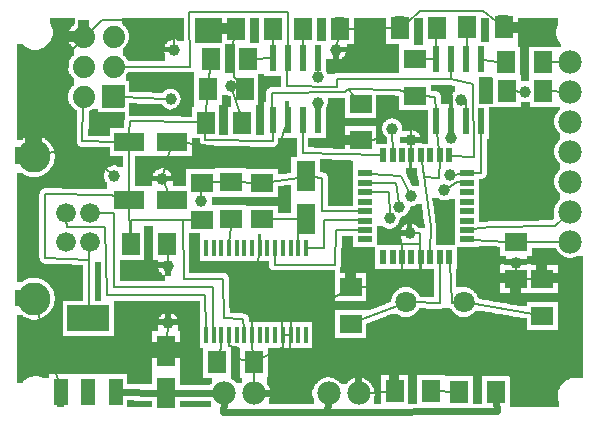
<source format=gtl>
G04 MADE WITH FRITZING*
G04 WWW.FRITZING.ORG*
G04 DOUBLE SIDED*
G04 HOLES PLATED*
G04 CONTOUR ON CENTER OF CONTOUR VECTOR*
%ASAXBY*%
%FSLAX23Y23*%
%MOIN*%
%OFA0B0*%
%SFA1.0B1.0*%
%ADD10C,0.075000*%
%ADD11C,0.074000*%
%ADD12C,0.070925*%
%ADD13C,0.070866*%
%ADD14C,0.039370*%
%ADD15C,0.066000*%
%ADD16C,0.110000*%
%ADD17C,0.078000*%
%ADD18R,0.074803X0.062992*%
%ADD19R,0.062992X0.102362*%
%ADD20R,0.062992X0.074803*%
%ADD21R,0.022000X0.050000*%
%ADD22R,0.050000X0.022000*%
%ADD23R,0.024000X0.087000*%
%ADD24R,0.013701X0.055000*%
%ADD25R,0.102362X0.062992*%
%ADD26R,0.048000X0.088000*%
%ADD27R,0.141732X0.086614*%
%ADD28C,0.008000*%
%ADD29C,0.024000*%
%ADD30R,0.001000X0.001000*%
%LNCOPPER1*%
G90*
G70*
G54D10*
X1214Y1279D03*
X1678Y983D03*
X813Y464D03*
X113Y1156D03*
G54D11*
X363Y1077D03*
X263Y1077D03*
X363Y1177D03*
X263Y1177D03*
X363Y1277D03*
X263Y1277D03*
X363Y1077D03*
X263Y1077D03*
X363Y1177D03*
X263Y1177D03*
X363Y1277D03*
X263Y1277D03*
G54D12*
X1338Y392D03*
G54D13*
X1531Y392D03*
G54D14*
X1353Y745D03*
X1316Y709D03*
X1283Y671D03*
G54D15*
X283Y592D03*
X283Y690D03*
X205Y690D03*
X205Y592D03*
G54D16*
X98Y404D03*
X98Y878D03*
G54D15*
X283Y592D03*
X283Y690D03*
X205Y690D03*
X205Y592D03*
G54D16*
X98Y404D03*
X98Y878D03*
G54D17*
X1885Y1193D03*
X1885Y1093D03*
X1885Y993D03*
X1885Y893D03*
X1885Y793D03*
X1885Y693D03*
X1885Y593D03*
X832Y90D03*
X732Y90D03*
G54D14*
X656Y730D03*
X1736Y1092D03*
X1044Y1142D03*
X1483Y816D03*
X1466Y766D03*
X1043Y1057D03*
X553Y1069D03*
X1520Y1067D03*
X1292Y970D03*
X1105Y1233D03*
X365Y813D03*
X565Y1233D03*
X755Y1113D03*
X525Y803D03*
X545Y323D03*
X545Y513D03*
X1352Y621D03*
X1705Y524D03*
X1487Y939D03*
X1356Y931D03*
G54D17*
X1180Y88D03*
X1080Y88D03*
G54D18*
X657Y667D03*
X657Y790D03*
X857Y668D03*
X857Y790D03*
G54D19*
X1003Y811D03*
X1003Y669D03*
G54D18*
X755Y791D03*
X755Y669D03*
G54D20*
X542Y587D03*
X420Y587D03*
G54D21*
X1261Y543D03*
X1293Y543D03*
X1324Y543D03*
X1356Y543D03*
X1387Y543D03*
X1419Y543D03*
X1450Y543D03*
X1482Y543D03*
G54D22*
X1540Y601D03*
X1540Y633D03*
X1540Y664D03*
X1540Y696D03*
X1540Y727D03*
X1540Y759D03*
X1540Y790D03*
X1540Y822D03*
G54D21*
X1482Y881D03*
X1450Y881D03*
X1419Y881D03*
X1387Y881D03*
X1356Y881D03*
X1324Y881D03*
X1293Y881D03*
X1261Y881D03*
G54D22*
X1202Y822D03*
X1202Y790D03*
X1202Y759D03*
X1202Y727D03*
X1202Y696D03*
X1202Y664D03*
X1202Y633D03*
X1202Y601D03*
G54D23*
X893Y999D03*
X943Y999D03*
X993Y999D03*
X1043Y999D03*
X1043Y1205D03*
X993Y1205D03*
X943Y1205D03*
X893Y1205D03*
X1439Y995D03*
X1489Y995D03*
X1539Y995D03*
X1589Y995D03*
X1589Y1201D03*
X1539Y1201D03*
X1489Y1201D03*
X1439Y1201D03*
G54D24*
X1004Y283D03*
X978Y283D03*
X953Y283D03*
X927Y283D03*
X901Y283D03*
X876Y283D03*
X850Y283D03*
X799Y283D03*
X825Y283D03*
X773Y283D03*
X748Y283D03*
X722Y283D03*
X697Y283D03*
X671Y283D03*
X1004Y571D03*
X978Y571D03*
X953Y571D03*
X927Y571D03*
X901Y571D03*
X876Y571D03*
X850Y571D03*
X825Y571D03*
X799Y571D03*
X773Y571D03*
X748Y571D03*
X722Y571D03*
X697Y571D03*
X671Y571D03*
G54D18*
X1792Y347D03*
X1792Y469D03*
G54D20*
X1663Y1308D03*
X1541Y1308D03*
X1317Y1305D03*
X1440Y1305D03*
G54D18*
X1187Y1053D03*
X1187Y931D03*
G54D20*
X1674Y1096D03*
X1796Y1096D03*
X1672Y1191D03*
X1794Y1191D03*
X670Y990D03*
X792Y990D03*
X1118Y1304D03*
X996Y1304D03*
X772Y1303D03*
X894Y1303D03*
G54D18*
X1368Y1201D03*
X1368Y1079D03*
G54D20*
X811Y1204D03*
X689Y1204D03*
G54D25*
X415Y734D03*
X557Y734D03*
G54D19*
X537Y88D03*
X537Y230D03*
G54D18*
X1705Y592D03*
X1705Y470D03*
G54D25*
X416Y926D03*
X557Y926D03*
G54D20*
X800Y1103D03*
X678Y1103D03*
X831Y193D03*
X709Y193D03*
G54D26*
X188Y94D03*
X279Y94D03*
X370Y94D03*
G54D27*
X279Y338D03*
G54D18*
X1154Y320D03*
X1154Y442D03*
G54D20*
X1515Y93D03*
X1637Y93D03*
X1300Y96D03*
X1422Y96D03*
G54D28*
X755Y791D02*
X658Y791D01*
D02*
X416Y708D02*
X419Y619D01*
D02*
X415Y760D02*
X416Y900D01*
D02*
X282Y568D02*
X280Y376D01*
G54D29*
D02*
X511Y89D02*
X388Y94D01*
D02*
X563Y88D02*
X707Y90D01*
G54D28*
D02*
X1063Y573D02*
X1005Y571D01*
D02*
X977Y669D02*
X889Y668D01*
D02*
X889Y794D02*
X977Y807D01*
D02*
X786Y791D02*
X826Y790D01*
D02*
X721Y242D02*
X717Y225D01*
D02*
X722Y261D02*
X721Y242D01*
D02*
X826Y238D02*
X827Y225D01*
D02*
X825Y261D02*
X826Y238D01*
D02*
X831Y161D02*
X832Y114D01*
D02*
X749Y590D02*
X753Y643D01*
D02*
X1059Y806D02*
X1029Y809D01*
D02*
X1183Y696D02*
X1059Y696D01*
D02*
X1059Y696D02*
X1059Y806D01*
D02*
X1106Y633D02*
X1102Y517D01*
D02*
X1065Y666D02*
X1063Y573D01*
D02*
X1102Y517D02*
X900Y516D01*
D02*
X1183Y633D02*
X1106Y633D01*
D02*
X900Y516D02*
X901Y549D01*
D02*
X1183Y665D02*
X1065Y666D01*
D02*
X1737Y470D02*
X1761Y470D01*
D02*
X1186Y332D02*
X1318Y384D01*
D02*
X1761Y353D02*
X1552Y389D01*
D02*
X1483Y523D02*
X1490Y389D01*
D02*
X1490Y389D02*
X1510Y391D01*
D02*
X1451Y388D02*
X1359Y392D01*
D02*
X1450Y523D02*
X1451Y388D01*
D02*
X695Y443D02*
X696Y305D01*
D02*
X365Y443D02*
X695Y443D01*
D02*
X363Y689D02*
X365Y443D01*
D02*
X1833Y647D02*
X1867Y677D01*
D02*
X1560Y635D02*
X1619Y643D01*
D02*
X1619Y643D02*
X1833Y647D01*
D02*
X1737Y593D02*
X1861Y593D01*
D02*
X1673Y594D02*
X1560Y600D01*
D02*
X994Y1243D02*
X995Y1272D01*
D02*
X893Y1243D02*
X894Y1272D01*
D02*
X1822Y1095D02*
X1861Y1094D01*
D02*
X1820Y1192D02*
X1861Y1193D01*
D02*
X262Y1051D02*
X259Y928D01*
D02*
X259Y928D02*
X370Y926D01*
D02*
X668Y415D02*
X671Y305D01*
D02*
X340Y415D02*
X668Y415D01*
D02*
X336Y644D02*
X340Y415D01*
D02*
X206Y667D02*
X207Y644D01*
D02*
X207Y644D02*
X336Y644D01*
D02*
X306Y690D02*
X363Y689D01*
D02*
X1595Y1200D02*
X1646Y1194D01*
D02*
X1540Y1239D02*
X1540Y1276D01*
D02*
X1439Y1273D02*
X1439Y1239D01*
D02*
X1487Y1135D02*
X1562Y1118D01*
D02*
X1562Y1118D02*
X1564Y876D01*
D02*
X1488Y1163D02*
X1487Y1135D01*
D02*
X1564Y876D02*
X1487Y880D01*
D02*
X1589Y957D02*
X1589Y822D01*
D02*
X1589Y822D02*
X1560Y822D01*
D02*
X1437Y1033D02*
X1435Y1077D01*
D02*
X1435Y1077D02*
X1399Y1078D01*
D02*
X1399Y1201D02*
X1432Y1201D01*
D02*
X1281Y758D02*
X1222Y759D01*
D02*
X1283Y684D02*
X1281Y758D01*
D02*
X1314Y722D02*
X1304Y789D01*
D02*
X1304Y789D02*
X1222Y790D01*
D02*
X1320Y813D02*
X1222Y820D01*
D02*
X1347Y758D02*
X1320Y813D01*
D02*
X1390Y861D02*
X1420Y642D01*
D02*
X1420Y642D02*
X1419Y562D01*
D02*
X685Y1172D02*
X681Y1135D01*
D02*
X676Y1071D02*
X672Y1022D01*
D02*
X979Y622D02*
X978Y592D01*
D02*
X979Y623D02*
X979Y622D01*
D02*
X594Y666D02*
X625Y667D01*
D02*
X597Y469D02*
X594Y666D01*
D02*
X795Y336D02*
X730Y338D01*
D02*
X730Y338D02*
X729Y470D01*
D02*
X729Y470D02*
X597Y469D01*
D02*
X798Y301D02*
X795Y336D01*
D02*
X420Y619D02*
X421Y666D01*
D02*
X421Y666D02*
X594Y666D01*
D02*
X1108Y1137D02*
X1269Y1136D01*
D02*
X941Y1111D02*
X1107Y1108D01*
D02*
X1107Y1108D02*
X1108Y1137D01*
D02*
X1269Y1136D02*
X1487Y1135D01*
D02*
X942Y1167D02*
X941Y1111D01*
D02*
X891Y1089D02*
X892Y1037D01*
D02*
X1315Y1100D02*
X1145Y1103D01*
D02*
X1145Y1103D02*
X1133Y1091D01*
D02*
X1336Y1091D02*
X1315Y1100D01*
D02*
X1133Y1091D02*
X891Y1089D01*
D02*
X1442Y957D02*
X1448Y900D01*
D02*
X1449Y806D02*
X1450Y861D01*
D02*
X1397Y810D02*
X1449Y806D01*
D02*
X1390Y861D02*
X1397Y810D01*
D02*
X417Y996D02*
X644Y991D01*
D02*
X416Y952D02*
X417Y996D01*
D02*
X886Y1205D02*
X837Y1204D01*
D02*
X136Y539D02*
X136Y753D01*
D02*
X281Y534D02*
X136Y539D01*
D02*
X136Y753D02*
X352Y750D01*
D02*
X282Y563D02*
X281Y534D01*
D02*
X994Y889D02*
X993Y961D01*
D02*
X1256Y881D02*
X994Y889D01*
D02*
X893Y929D02*
X668Y933D01*
D02*
X668Y933D02*
X669Y958D01*
D02*
X893Y961D02*
X893Y929D01*
D02*
X656Y749D02*
X658Y791D01*
D02*
X1717Y1094D02*
X1700Y1095D01*
D02*
X1044Y1167D02*
X1044Y1161D01*
D02*
X1521Y791D02*
X1509Y791D01*
D02*
X1509Y791D02*
X1477Y773D01*
D02*
X1521Y820D02*
X1496Y817D01*
D02*
X944Y1359D02*
X943Y1243D01*
D02*
X619Y1176D02*
X616Y1360D01*
D02*
X394Y1177D02*
X619Y1176D01*
D02*
X616Y1360D02*
X944Y1359D01*
D02*
X394Y1076D02*
X534Y1070D01*
D02*
X1538Y1033D02*
X1538Y1061D01*
D02*
X1538Y1061D02*
X1533Y1063D01*
D02*
X1293Y900D02*
X1292Y957D01*
D02*
X352Y750D02*
X369Y745D01*
D02*
X951Y283D02*
X928Y283D01*
D02*
X857Y206D02*
X927Y242D01*
D02*
X927Y242D02*
X927Y261D01*
D02*
X849Y557D02*
X825Y313D01*
X825Y313D02*
X825Y305D01*
D02*
X544Y555D02*
X545Y526D01*
D02*
X544Y310D02*
X541Y275D01*
D02*
X545Y760D02*
X531Y791D01*
D02*
X551Y900D02*
X528Y816D01*
D02*
X783Y1022D02*
X759Y1100D01*
D02*
X565Y1246D02*
X565Y1333D01*
X565Y1333D02*
X325Y1333D01*
X325Y1333D02*
X235Y1243D01*
X235Y1243D02*
X210Y1213D01*
X210Y1213D02*
X205Y1053D01*
X205Y1053D02*
X235Y913D01*
X235Y913D02*
X354Y821D01*
D02*
X768Y1110D02*
X774Y1109D01*
D02*
X936Y976D02*
X915Y903D01*
X915Y903D02*
X765Y903D01*
X765Y903D02*
X603Y921D01*
D02*
X764Y1272D02*
X760Y1253D01*
X760Y1253D02*
X765Y1253D01*
X765Y1253D02*
X765Y1143D01*
X765Y1143D02*
X774Y1133D01*
D02*
X1123Y424D02*
X955Y328D01*
X955Y328D02*
X954Y305D01*
D02*
X147Y890D02*
X235Y913D01*
D02*
X177Y133D02*
X112Y355D01*
D02*
X1112Y1272D02*
X1107Y1246D01*
D02*
X1292Y1305D02*
X1144Y1304D01*
D02*
X1637Y1329D02*
X1595Y1363D01*
X1595Y1363D02*
X1385Y1363D01*
X1385Y1363D02*
X1343Y1327D01*
D02*
X247Y1257D02*
X235Y1243D01*
D02*
X780Y239D02*
X779Y203D01*
D02*
X748Y246D02*
X780Y239D01*
D02*
X779Y203D02*
X843Y193D01*
D02*
X748Y261D02*
X748Y246D01*
D02*
X1385Y587D02*
X1383Y624D01*
D02*
X1383Y624D02*
X1366Y622D01*
D02*
X1386Y562D02*
X1385Y587D01*
D02*
X1705Y496D02*
X1705Y511D01*
D02*
X1356Y900D02*
X1356Y918D01*
D02*
X1488Y957D02*
X1488Y952D01*
D02*
X1043Y1037D02*
X1043Y1038D01*
G54D29*
D02*
X729Y25D02*
X1074Y25D01*
D02*
X731Y60D02*
X729Y25D01*
D02*
X1074Y25D02*
X1077Y58D01*
D02*
X1006Y172D02*
X1178Y172D01*
D02*
X1006Y83D02*
X1006Y172D01*
D02*
X1178Y172D02*
X1179Y118D01*
D02*
X862Y89D02*
X1006Y83D01*
G54D28*
D02*
X1210Y90D02*
X1274Y94D01*
G54D29*
D02*
X1641Y28D02*
X1074Y25D01*
D02*
X1639Y61D02*
X1641Y28D01*
G54D28*
D02*
X1448Y95D02*
X1489Y94D01*
D02*
X1165Y1079D02*
X1145Y1103D01*
D02*
X1356Y1017D02*
X1356Y950D01*
D02*
X1247Y935D02*
X1249Y1017D01*
D02*
X1249Y1017D02*
X1356Y1017D01*
D02*
X1218Y933D02*
X1247Y935D01*
D02*
X1322Y441D02*
X1324Y523D01*
D02*
X1186Y442D02*
X1322Y441D01*
D02*
X1323Y586D02*
X1385Y587D01*
D02*
X1324Y562D02*
X1323Y586D01*
G36*
X390Y1338D02*
X390Y1318D01*
X394Y1318D01*
X394Y1316D01*
X396Y1316D01*
X396Y1314D01*
X398Y1314D01*
X398Y1312D01*
X400Y1312D01*
X400Y1310D01*
X402Y1310D01*
X402Y1308D01*
X404Y1308D01*
X404Y1304D01*
X406Y1304D01*
X406Y1302D01*
X408Y1302D01*
X408Y1298D01*
X410Y1298D01*
X410Y1294D01*
X412Y1294D01*
X412Y1288D01*
X414Y1288D01*
X414Y1268D01*
X570Y1268D01*
X570Y1266D01*
X576Y1266D01*
X576Y1264D01*
X598Y1264D01*
X598Y1338D01*
X390Y1338D01*
G37*
D02*
G36*
X414Y1268D02*
X414Y1266D01*
X412Y1266D01*
X412Y1260D01*
X410Y1260D01*
X410Y1256D01*
X408Y1256D01*
X408Y1252D01*
X406Y1252D01*
X406Y1250D01*
X404Y1250D01*
X404Y1246D01*
X402Y1246D01*
X402Y1244D01*
X400Y1244D01*
X400Y1242D01*
X398Y1242D01*
X398Y1240D01*
X396Y1240D01*
X396Y1238D01*
X394Y1238D01*
X394Y1216D01*
X396Y1216D01*
X396Y1214D01*
X398Y1214D01*
X398Y1212D01*
X400Y1212D01*
X400Y1210D01*
X402Y1210D01*
X402Y1208D01*
X404Y1208D01*
X404Y1204D01*
X406Y1204D01*
X406Y1202D01*
X408Y1202D01*
X408Y1198D01*
X410Y1198D01*
X410Y1196D01*
X536Y1196D01*
X536Y1218D01*
X534Y1218D01*
X534Y1222D01*
X532Y1222D01*
X532Y1228D01*
X530Y1228D01*
X530Y1238D01*
X532Y1238D01*
X532Y1244D01*
X534Y1244D01*
X534Y1248D01*
X536Y1248D01*
X536Y1252D01*
X538Y1252D01*
X538Y1254D01*
X540Y1254D01*
X540Y1256D01*
X542Y1256D01*
X542Y1258D01*
X544Y1258D01*
X544Y1260D01*
X546Y1260D01*
X546Y1262D01*
X550Y1262D01*
X550Y1264D01*
X554Y1264D01*
X554Y1266D01*
X560Y1266D01*
X560Y1268D01*
X414Y1268D01*
G37*
D02*
G36*
X636Y1338D02*
X636Y1256D01*
X726Y1256D01*
X726Y1338D01*
X636Y1338D01*
G37*
D02*
G36*
X818Y1338D02*
X818Y1256D01*
X848Y1256D01*
X848Y1338D01*
X818Y1338D01*
G37*
D02*
G36*
X1042Y1338D02*
X1042Y1264D01*
X1072Y1264D01*
X1072Y1338D01*
X1042Y1338D01*
G37*
D02*
G36*
X1364Y1338D02*
X1364Y1248D01*
X1394Y1248D01*
X1394Y1338D01*
X1364Y1338D01*
G37*
D02*
G36*
X1588Y1338D02*
X1588Y1260D01*
X1616Y1260D01*
X1616Y1338D01*
X1588Y1338D01*
G37*
D02*
G36*
X1710Y1338D02*
X1710Y1244D01*
X1718Y1244D01*
X1718Y1148D01*
X1720Y1148D01*
X1720Y1128D01*
X1748Y1128D01*
X1748Y1244D01*
X1854Y1244D01*
X1854Y1254D01*
X1852Y1254D01*
X1852Y1256D01*
X1850Y1256D01*
X1850Y1260D01*
X1848Y1260D01*
X1848Y1262D01*
X1846Y1262D01*
X1846Y1266D01*
X1844Y1266D01*
X1844Y1270D01*
X1842Y1270D01*
X1842Y1274D01*
X1840Y1274D01*
X1840Y1280D01*
X1838Y1280D01*
X1838Y1302D01*
X1840Y1302D01*
X1840Y1310D01*
X1842Y1310D01*
X1842Y1314D01*
X1844Y1314D01*
X1844Y1318D01*
X1846Y1318D01*
X1846Y1338D01*
X1710Y1338D01*
G37*
D02*
G36*
X736Y1252D02*
X736Y1156D01*
X764Y1156D01*
X764Y1252D01*
X736Y1252D01*
G37*
D02*
G36*
X1164Y1338D02*
X1164Y1252D01*
X1140Y1252D01*
X1140Y1228D01*
X1138Y1228D01*
X1138Y1222D01*
X1136Y1222D01*
X1136Y1218D01*
X1134Y1218D01*
X1134Y1214D01*
X1132Y1214D01*
X1132Y1212D01*
X1130Y1212D01*
X1130Y1210D01*
X1128Y1210D01*
X1128Y1208D01*
X1126Y1208D01*
X1126Y1206D01*
X1124Y1206D01*
X1124Y1204D01*
X1120Y1204D01*
X1120Y1202D01*
X1116Y1202D01*
X1116Y1200D01*
X1110Y1200D01*
X1110Y1198D01*
X1316Y1198D01*
X1316Y1252D01*
X1272Y1252D01*
X1272Y1254D01*
X1270Y1254D01*
X1270Y1338D01*
X1164Y1338D01*
G37*
D02*
G36*
X1070Y1204D02*
X1070Y1198D01*
X1100Y1198D01*
X1100Y1200D01*
X1094Y1200D01*
X1094Y1202D01*
X1090Y1202D01*
X1090Y1204D01*
X1070Y1204D01*
G37*
D02*
G36*
X1070Y1198D02*
X1070Y1196D01*
X1316Y1196D01*
X1316Y1198D01*
X1070Y1198D01*
G37*
D02*
G36*
X1070Y1198D02*
X1070Y1196D01*
X1316Y1196D01*
X1316Y1198D01*
X1070Y1198D01*
G37*
D02*
G36*
X1070Y1196D02*
X1070Y1162D01*
X1072Y1162D01*
X1072Y1158D01*
X1074Y1158D01*
X1074Y1156D01*
X1076Y1156D01*
X1076Y1152D01*
X1098Y1152D01*
X1098Y1154D01*
X1102Y1154D01*
X1102Y1156D01*
X1316Y1156D01*
X1316Y1196D01*
X1070Y1196D01*
G37*
D02*
G36*
X846Y1152D02*
X846Y1050D01*
X838Y1050D01*
X838Y948D01*
X866Y948D01*
X866Y1058D01*
X872Y1058D01*
X872Y1096D01*
X874Y1096D01*
X874Y1100D01*
X876Y1100D01*
X876Y1102D01*
X878Y1102D01*
X878Y1104D01*
X880Y1104D01*
X880Y1106D01*
X884Y1106D01*
X884Y1108D01*
X922Y1108D01*
X922Y1146D01*
X866Y1146D01*
X866Y1152D01*
X846Y1152D01*
G37*
D02*
G36*
X1580Y1142D02*
X1580Y1120D01*
X1582Y1120D01*
X1582Y1054D01*
X1628Y1054D01*
X1628Y1138D01*
X1626Y1138D01*
X1626Y1142D01*
X1580Y1142D01*
G37*
D02*
G36*
X1420Y1116D02*
X1420Y1096D01*
X1440Y1096D01*
X1440Y1094D01*
X1444Y1094D01*
X1444Y1092D01*
X1448Y1092D01*
X1448Y1090D01*
X1450Y1090D01*
X1450Y1086D01*
X1452Y1086D01*
X1452Y1082D01*
X1454Y1082D01*
X1454Y1054D01*
X1486Y1054D01*
X1486Y1076D01*
X1488Y1076D01*
X1488Y1080D01*
X1490Y1080D01*
X1490Y1084D01*
X1492Y1084D01*
X1492Y1086D01*
X1494Y1086D01*
X1494Y1090D01*
X1496Y1090D01*
X1496Y1092D01*
X1500Y1092D01*
X1500Y1114D01*
X1492Y1114D01*
X1492Y1116D01*
X1420Y1116D01*
G37*
D02*
G36*
X724Y1082D02*
X724Y1050D01*
X716Y1050D01*
X716Y950D01*
X746Y950D01*
X746Y1042D01*
X754Y1042D01*
X754Y1078D01*
X750Y1078D01*
X750Y1080D01*
X744Y1080D01*
X744Y1082D01*
X724Y1082D01*
G37*
D02*
G36*
X1238Y1082D02*
X1238Y1006D01*
X1294Y1006D01*
X1294Y1004D01*
X1302Y1004D01*
X1302Y1002D01*
X1306Y1002D01*
X1306Y1000D01*
X1310Y1000D01*
X1310Y998D01*
X1312Y998D01*
X1312Y996D01*
X1314Y996D01*
X1314Y994D01*
X1316Y994D01*
X1316Y992D01*
X1318Y992D01*
X1318Y990D01*
X1320Y990D01*
X1320Y986D01*
X1322Y986D01*
X1322Y984D01*
X1324Y984D01*
X1324Y978D01*
X1326Y978D01*
X1326Y966D01*
X1362Y966D01*
X1362Y964D01*
X1368Y964D01*
X1368Y962D01*
X1372Y962D01*
X1372Y960D01*
X1374Y960D01*
X1374Y958D01*
X1376Y958D01*
X1376Y956D01*
X1380Y956D01*
X1380Y952D01*
X1382Y952D01*
X1382Y950D01*
X1384Y950D01*
X1384Y948D01*
X1386Y948D01*
X1386Y944D01*
X1388Y944D01*
X1388Y940D01*
X1390Y940D01*
X1390Y920D01*
X1412Y920D01*
X1412Y1032D01*
X1316Y1032D01*
X1316Y1080D01*
X1300Y1080D01*
X1300Y1082D01*
X1238Y1082D01*
G37*
D02*
G36*
X1078Y1072D02*
X1078Y1052D01*
X1076Y1052D01*
X1076Y1046D01*
X1074Y1046D01*
X1074Y1042D01*
X1072Y1042D01*
X1072Y1040D01*
X1070Y1040D01*
X1070Y1006D01*
X1134Y1006D01*
X1134Y1072D01*
X1078Y1072D01*
G37*
D02*
G36*
X1070Y1006D02*
X1070Y1004D01*
X1288Y1004D01*
X1288Y1006D01*
X1070Y1006D01*
G37*
D02*
G36*
X1070Y1006D02*
X1070Y1004D01*
X1288Y1004D01*
X1288Y1006D01*
X1070Y1006D01*
G37*
D02*
G36*
X1070Y1004D02*
X1070Y978D01*
X1238Y978D01*
X1238Y920D01*
X1274Y920D01*
X1274Y944D01*
X1270Y944D01*
X1270Y946D01*
X1268Y946D01*
X1268Y948D01*
X1266Y948D01*
X1266Y950D01*
X1264Y950D01*
X1264Y954D01*
X1262Y954D01*
X1262Y956D01*
X1260Y956D01*
X1260Y962D01*
X1258Y962D01*
X1258Y980D01*
X1260Y980D01*
X1260Y984D01*
X1262Y984D01*
X1262Y988D01*
X1264Y988D01*
X1264Y990D01*
X1266Y990D01*
X1266Y992D01*
X1268Y992D01*
X1268Y994D01*
X1270Y994D01*
X1270Y996D01*
X1272Y996D01*
X1272Y998D01*
X1274Y998D01*
X1274Y1000D01*
X1278Y1000D01*
X1278Y1002D01*
X1282Y1002D01*
X1282Y1004D01*
X1070Y1004D01*
G37*
D02*
G36*
X1070Y978D02*
X1070Y940D01*
X1012Y940D01*
X1012Y908D01*
X1030Y908D01*
X1030Y906D01*
X1094Y906D01*
X1094Y904D01*
X1134Y904D01*
X1134Y978D01*
X1070Y978D01*
G37*
D02*
G36*
X1326Y966D02*
X1326Y964D01*
X1350Y964D01*
X1350Y966D01*
X1326Y966D01*
G37*
D02*
G36*
X1720Y1058D02*
X1720Y1044D01*
X1616Y1044D01*
X1616Y936D01*
X1608Y936D01*
X1608Y816D01*
X1606Y816D01*
X1606Y812D01*
X1604Y812D01*
X1604Y810D01*
X1602Y810D01*
X1602Y808D01*
X1600Y808D01*
X1600Y806D01*
X1596Y806D01*
X1596Y804D01*
X1580Y804D01*
X1580Y660D01*
X1610Y660D01*
X1610Y662D01*
X1676Y662D01*
X1676Y664D01*
X1780Y664D01*
X1780Y666D01*
X1828Y666D01*
X1828Y668D01*
X1830Y668D01*
X1830Y670D01*
X1832Y670D01*
X1832Y706D01*
X1834Y706D01*
X1834Y710D01*
X1836Y710D01*
X1836Y716D01*
X1838Y716D01*
X1838Y718D01*
X1840Y718D01*
X1840Y722D01*
X1842Y722D01*
X1842Y724D01*
X1844Y724D01*
X1844Y726D01*
X1846Y726D01*
X1846Y728D01*
X1848Y728D01*
X1848Y732D01*
X1852Y732D01*
X1852Y754D01*
X1850Y754D01*
X1850Y756D01*
X1848Y756D01*
X1848Y758D01*
X1846Y758D01*
X1846Y760D01*
X1844Y760D01*
X1844Y762D01*
X1842Y762D01*
X1842Y766D01*
X1840Y766D01*
X1840Y768D01*
X1838Y768D01*
X1838Y772D01*
X1836Y772D01*
X1836Y776D01*
X1834Y776D01*
X1834Y782D01*
X1832Y782D01*
X1832Y806D01*
X1834Y806D01*
X1834Y810D01*
X1836Y810D01*
X1836Y816D01*
X1838Y816D01*
X1838Y818D01*
X1840Y818D01*
X1840Y822D01*
X1842Y822D01*
X1842Y824D01*
X1844Y824D01*
X1844Y826D01*
X1846Y826D01*
X1846Y828D01*
X1848Y828D01*
X1848Y832D01*
X1852Y832D01*
X1852Y854D01*
X1850Y854D01*
X1850Y856D01*
X1848Y856D01*
X1848Y858D01*
X1846Y858D01*
X1846Y860D01*
X1844Y860D01*
X1844Y862D01*
X1842Y862D01*
X1842Y866D01*
X1840Y866D01*
X1840Y868D01*
X1838Y868D01*
X1838Y872D01*
X1836Y872D01*
X1836Y876D01*
X1834Y876D01*
X1834Y882D01*
X1832Y882D01*
X1832Y906D01*
X1834Y906D01*
X1834Y910D01*
X1836Y910D01*
X1836Y916D01*
X1838Y916D01*
X1838Y918D01*
X1840Y918D01*
X1840Y922D01*
X1842Y922D01*
X1842Y924D01*
X1844Y924D01*
X1844Y926D01*
X1846Y926D01*
X1846Y928D01*
X1848Y928D01*
X1848Y932D01*
X1852Y932D01*
X1852Y954D01*
X1850Y954D01*
X1850Y956D01*
X1848Y956D01*
X1848Y958D01*
X1846Y958D01*
X1846Y960D01*
X1844Y960D01*
X1844Y962D01*
X1842Y962D01*
X1842Y966D01*
X1840Y966D01*
X1840Y968D01*
X1838Y968D01*
X1838Y972D01*
X1836Y972D01*
X1836Y976D01*
X1834Y976D01*
X1834Y982D01*
X1832Y982D01*
X1832Y1006D01*
X1834Y1006D01*
X1834Y1010D01*
X1836Y1010D01*
X1836Y1016D01*
X1838Y1016D01*
X1838Y1018D01*
X1840Y1018D01*
X1840Y1022D01*
X1842Y1022D01*
X1842Y1024D01*
X1844Y1024D01*
X1844Y1026D01*
X1846Y1026D01*
X1846Y1028D01*
X1848Y1028D01*
X1848Y1032D01*
X1852Y1032D01*
X1852Y1044D01*
X1750Y1044D01*
X1750Y1058D01*
X1720Y1058D01*
G37*
D02*
G36*
X410Y1158D02*
X410Y1156D01*
X408Y1156D01*
X408Y1152D01*
X406Y1152D01*
X406Y1150D01*
X404Y1150D01*
X404Y1130D01*
X414Y1130D01*
X414Y1104D01*
X560Y1104D01*
X560Y1102D01*
X564Y1102D01*
X564Y1100D01*
X568Y1100D01*
X568Y1098D01*
X572Y1098D01*
X572Y1096D01*
X574Y1096D01*
X574Y1094D01*
X576Y1094D01*
X576Y1092D01*
X578Y1092D01*
X578Y1090D01*
X580Y1090D01*
X580Y1086D01*
X582Y1086D01*
X582Y1084D01*
X584Y1084D01*
X584Y1080D01*
X586Y1080D01*
X586Y1072D01*
X588Y1072D01*
X588Y1066D01*
X586Y1066D01*
X586Y1060D01*
X584Y1060D01*
X584Y1056D01*
X582Y1056D01*
X582Y1052D01*
X580Y1052D01*
X580Y1050D01*
X578Y1050D01*
X578Y1048D01*
X576Y1048D01*
X576Y1046D01*
X574Y1046D01*
X574Y1044D01*
X572Y1044D01*
X572Y1042D01*
X570Y1042D01*
X570Y1040D01*
X566Y1040D01*
X566Y1038D01*
X562Y1038D01*
X562Y1036D01*
X556Y1036D01*
X556Y1034D01*
X624Y1034D01*
X624Y1042D01*
X632Y1042D01*
X632Y1158D01*
X410Y1158D01*
G37*
D02*
G36*
X414Y1104D02*
X414Y1094D01*
X440Y1094D01*
X440Y1092D01*
X490Y1092D01*
X490Y1090D01*
X528Y1090D01*
X528Y1092D01*
X530Y1092D01*
X530Y1094D01*
X532Y1094D01*
X532Y1096D01*
X534Y1096D01*
X534Y1098D01*
X536Y1098D01*
X536Y1100D01*
X540Y1100D01*
X540Y1102D01*
X546Y1102D01*
X546Y1104D01*
X414Y1104D01*
G37*
D02*
G36*
X414Y1056D02*
X414Y1034D01*
X548Y1034D01*
X548Y1036D01*
X542Y1036D01*
X542Y1038D01*
X538Y1038D01*
X538Y1040D01*
X534Y1040D01*
X534Y1042D01*
X532Y1042D01*
X532Y1044D01*
X530Y1044D01*
X530Y1046D01*
X528Y1046D01*
X528Y1048D01*
X526Y1048D01*
X526Y1050D01*
X524Y1050D01*
X524Y1052D01*
X488Y1052D01*
X488Y1054D01*
X440Y1054D01*
X440Y1056D01*
X414Y1056D01*
G37*
D02*
G36*
X414Y1034D02*
X414Y1032D01*
X624Y1032D01*
X624Y1034D01*
X414Y1034D01*
G37*
D02*
G36*
X414Y1034D02*
X414Y1032D01*
X624Y1032D01*
X624Y1034D01*
X414Y1034D01*
G37*
D02*
G36*
X414Y1032D02*
X414Y1014D01*
X504Y1014D01*
X504Y1012D01*
X588Y1012D01*
X588Y1010D01*
X624Y1010D01*
X624Y1032D01*
X414Y1032D01*
G37*
D02*
G36*
X290Y1036D02*
X290Y1034D01*
X288Y1034D01*
X288Y1032D01*
X284Y1032D01*
X284Y1030D01*
X280Y1030D01*
X280Y968D01*
X278Y968D01*
X278Y946D01*
X350Y946D01*
X350Y972D01*
X398Y972D01*
X398Y1000D01*
X400Y1000D01*
X400Y1006D01*
X402Y1006D01*
X402Y1026D01*
X310Y1026D01*
X310Y1036D01*
X290Y1036D01*
G37*
D02*
G36*
X912Y940D02*
X912Y922D01*
X910Y922D01*
X910Y918D01*
X908Y918D01*
X908Y916D01*
X906Y916D01*
X906Y914D01*
X904Y914D01*
X904Y912D01*
X900Y912D01*
X900Y910D01*
X974Y910D01*
X974Y940D01*
X912Y940D01*
G37*
D02*
G36*
X624Y938D02*
X624Y910D01*
X818Y910D01*
X818Y912D01*
X702Y912D01*
X702Y914D01*
X662Y914D01*
X662Y916D01*
X658Y916D01*
X658Y918D01*
X656Y918D01*
X656Y920D01*
X654Y920D01*
X654Y922D01*
X652Y922D01*
X652Y924D01*
X650Y924D01*
X650Y938D01*
X624Y938D01*
G37*
D02*
G36*
X624Y910D02*
X624Y908D01*
X974Y908D01*
X974Y910D01*
X624Y910D01*
G37*
D02*
G36*
X624Y910D02*
X624Y908D01*
X974Y908D01*
X974Y910D01*
X624Y910D01*
G37*
D02*
G36*
X624Y908D02*
X624Y880D01*
X434Y880D01*
X434Y838D01*
X806Y838D01*
X806Y836D01*
X910Y836D01*
X910Y820D01*
X942Y820D01*
X942Y822D01*
X956Y822D01*
X956Y876D01*
X974Y876D01*
X974Y908D01*
X624Y908D01*
G37*
D02*
G36*
X434Y838D02*
X434Y780D01*
X490Y780D01*
X490Y808D01*
X492Y808D01*
X492Y814D01*
X494Y814D01*
X494Y818D01*
X496Y818D01*
X496Y822D01*
X498Y822D01*
X498Y824D01*
X500Y824D01*
X500Y826D01*
X502Y826D01*
X502Y828D01*
X504Y828D01*
X504Y830D01*
X506Y830D01*
X506Y832D01*
X510Y832D01*
X510Y834D01*
X514Y834D01*
X514Y836D01*
X520Y836D01*
X520Y838D01*
X434Y838D01*
G37*
D02*
G36*
X530Y838D02*
X530Y836D01*
X536Y836D01*
X536Y834D01*
X540Y834D01*
X540Y832D01*
X544Y832D01*
X544Y830D01*
X546Y830D01*
X546Y828D01*
X548Y828D01*
X548Y826D01*
X550Y826D01*
X550Y824D01*
X552Y824D01*
X552Y822D01*
X554Y822D01*
X554Y818D01*
X556Y818D01*
X556Y814D01*
X558Y814D01*
X558Y808D01*
X560Y808D01*
X560Y780D01*
X604Y780D01*
X604Y836D01*
X702Y836D01*
X702Y838D01*
X530Y838D01*
G37*
D02*
G36*
X1050Y868D02*
X1050Y826D01*
X1062Y826D01*
X1062Y824D01*
X1068Y824D01*
X1068Y822D01*
X1070Y822D01*
X1070Y820D01*
X1072Y820D01*
X1072Y818D01*
X1074Y818D01*
X1074Y816D01*
X1076Y816D01*
X1076Y812D01*
X1078Y812D01*
X1078Y714D01*
X1162Y714D01*
X1162Y864D01*
X1156Y864D01*
X1156Y866D01*
X1092Y866D01*
X1092Y868D01*
X1050Y868D01*
G37*
D02*
G36*
X1338Y840D02*
X1338Y818D01*
X1340Y818D01*
X1340Y814D01*
X1342Y814D01*
X1342Y810D01*
X1344Y810D01*
X1344Y806D01*
X1346Y806D01*
X1346Y802D01*
X1348Y802D01*
X1348Y798D01*
X1350Y798D01*
X1350Y794D01*
X1352Y794D01*
X1352Y790D01*
X1354Y790D01*
X1354Y786D01*
X1356Y786D01*
X1356Y782D01*
X1358Y782D01*
X1358Y780D01*
X1360Y780D01*
X1360Y778D01*
X1382Y778D01*
X1382Y786D01*
X1380Y786D01*
X1380Y800D01*
X1378Y800D01*
X1378Y814D01*
X1376Y814D01*
X1376Y830D01*
X1374Y830D01*
X1374Y840D01*
X1338Y840D01*
G37*
D02*
G36*
X930Y782D02*
X930Y780D01*
X916Y780D01*
X916Y778D01*
X910Y778D01*
X910Y744D01*
X690Y744D01*
X690Y716D01*
X806Y716D01*
X806Y714D01*
X910Y714D01*
X910Y688D01*
X956Y688D01*
X956Y782D01*
X930Y782D01*
G37*
D02*
G36*
X1426Y740D02*
X1426Y732D01*
X1456Y732D01*
X1456Y734D01*
X1452Y734D01*
X1452Y736D01*
X1448Y736D01*
X1448Y738D01*
X1446Y738D01*
X1446Y740D01*
X1426Y740D01*
G37*
D02*
G36*
X1480Y736D02*
X1480Y734D01*
X1476Y734D01*
X1476Y732D01*
X1500Y732D01*
X1500Y736D01*
X1480Y736D01*
G37*
D02*
G36*
X1426Y732D02*
X1426Y730D01*
X1500Y730D01*
X1500Y732D01*
X1426Y732D01*
G37*
D02*
G36*
X1426Y732D02*
X1426Y730D01*
X1500Y730D01*
X1500Y732D01*
X1426Y732D01*
G37*
D02*
G36*
X1428Y730D02*
X1428Y714D01*
X1430Y714D01*
X1430Y700D01*
X1432Y700D01*
X1432Y686D01*
X1434Y686D01*
X1434Y670D01*
X1436Y670D01*
X1436Y656D01*
X1438Y656D01*
X1438Y582D01*
X1500Y582D01*
X1500Y730D01*
X1428Y730D01*
G37*
D02*
G36*
X466Y646D02*
X466Y534D01*
X384Y534D01*
X384Y462D01*
X534Y462D01*
X534Y482D01*
X530Y482D01*
X530Y484D01*
X526Y484D01*
X526Y486D01*
X524Y486D01*
X524Y488D01*
X522Y488D01*
X522Y490D01*
X520Y490D01*
X520Y492D01*
X518Y492D01*
X518Y494D01*
X516Y494D01*
X516Y498D01*
X514Y498D01*
X514Y502D01*
X512Y502D01*
X512Y508D01*
X510Y508D01*
X510Y534D01*
X496Y534D01*
X496Y646D01*
X466Y646D01*
G37*
D02*
G36*
X1370Y718D02*
X1370Y716D01*
X1368Y716D01*
X1368Y714D01*
X1364Y714D01*
X1364Y712D01*
X1356Y712D01*
X1356Y710D01*
X1350Y710D01*
X1350Y700D01*
X1348Y700D01*
X1348Y696D01*
X1346Y696D01*
X1346Y692D01*
X1344Y692D01*
X1344Y690D01*
X1342Y690D01*
X1342Y688D01*
X1340Y688D01*
X1340Y686D01*
X1338Y686D01*
X1338Y684D01*
X1336Y684D01*
X1336Y682D01*
X1334Y682D01*
X1334Y680D01*
X1330Y680D01*
X1330Y678D01*
X1326Y678D01*
X1326Y676D01*
X1320Y676D01*
X1320Y674D01*
X1318Y674D01*
X1318Y666D01*
X1316Y666D01*
X1316Y660D01*
X1314Y660D01*
X1314Y656D01*
X1356Y656D01*
X1356Y654D01*
X1362Y654D01*
X1362Y652D01*
X1366Y652D01*
X1366Y650D01*
X1370Y650D01*
X1370Y648D01*
X1372Y648D01*
X1372Y646D01*
X1374Y646D01*
X1374Y644D01*
X1376Y644D01*
X1376Y642D01*
X1378Y642D01*
X1378Y640D01*
X1380Y640D01*
X1380Y638D01*
X1400Y638D01*
X1400Y654D01*
X1398Y654D01*
X1398Y668D01*
X1396Y668D01*
X1396Y682D01*
X1394Y682D01*
X1394Y698D01*
X1392Y698D01*
X1392Y712D01*
X1390Y712D01*
X1390Y718D01*
X1370Y718D01*
G37*
D02*
G36*
X1312Y656D02*
X1312Y652D01*
X1310Y652D01*
X1310Y650D01*
X1308Y650D01*
X1308Y648D01*
X1306Y648D01*
X1306Y646D01*
X1304Y646D01*
X1304Y644D01*
X1302Y644D01*
X1302Y642D01*
X1298Y642D01*
X1298Y640D01*
X1294Y640D01*
X1294Y638D01*
X1290Y638D01*
X1290Y636D01*
X1324Y636D01*
X1324Y640D01*
X1326Y640D01*
X1326Y642D01*
X1328Y642D01*
X1328Y644D01*
X1330Y644D01*
X1330Y646D01*
X1332Y646D01*
X1332Y648D01*
X1334Y648D01*
X1334Y650D01*
X1338Y650D01*
X1338Y652D01*
X1342Y652D01*
X1342Y654D01*
X1348Y654D01*
X1348Y656D01*
X1312Y656D01*
G37*
D02*
G36*
X1242Y646D02*
X1242Y636D01*
X1276Y636D01*
X1276Y638D01*
X1272Y638D01*
X1272Y640D01*
X1268Y640D01*
X1268Y642D01*
X1264Y642D01*
X1264Y644D01*
X1262Y644D01*
X1262Y646D01*
X1242Y646D01*
G37*
D02*
G36*
X1242Y636D02*
X1242Y634D01*
X1322Y634D01*
X1322Y636D01*
X1242Y636D01*
G37*
D02*
G36*
X1242Y636D02*
X1242Y634D01*
X1322Y634D01*
X1322Y636D01*
X1242Y636D01*
G37*
D02*
G36*
X1242Y634D02*
X1242Y582D01*
X1326Y582D01*
X1326Y602D01*
X1324Y602D01*
X1324Y604D01*
X1322Y604D01*
X1322Y608D01*
X1320Y608D01*
X1320Y612D01*
X1318Y612D01*
X1318Y628D01*
X1320Y628D01*
X1320Y634D01*
X1242Y634D01*
G37*
D02*
G36*
X614Y622D02*
X614Y506D01*
X616Y506D01*
X616Y490D01*
X732Y490D01*
X732Y488D01*
X738Y488D01*
X738Y486D01*
X740Y486D01*
X740Y484D01*
X742Y484D01*
X742Y482D01*
X744Y482D01*
X744Y480D01*
X746Y480D01*
X746Y476D01*
X748Y476D01*
X748Y396D01*
X1102Y396D01*
X1102Y498D01*
X892Y498D01*
X892Y500D01*
X888Y500D01*
X888Y502D01*
X886Y502D01*
X886Y504D01*
X884Y504D01*
X884Y506D01*
X882Y506D01*
X882Y512D01*
X880Y512D01*
X880Y528D01*
X650Y528D01*
X650Y622D01*
X614Y622D01*
G37*
D02*
G36*
X1124Y614D02*
X1124Y574D01*
X1122Y574D01*
X1122Y514D01*
X1120Y514D01*
X1120Y508D01*
X1118Y508D01*
X1118Y488D01*
X1206Y488D01*
X1206Y442D01*
X1350Y442D01*
X1350Y440D01*
X1354Y440D01*
X1354Y438D01*
X1358Y438D01*
X1358Y436D01*
X1362Y436D01*
X1362Y434D01*
X1364Y434D01*
X1364Y432D01*
X1368Y432D01*
X1368Y430D01*
X1370Y430D01*
X1370Y428D01*
X1372Y428D01*
X1372Y426D01*
X1374Y426D01*
X1374Y424D01*
X1376Y424D01*
X1376Y422D01*
X1378Y422D01*
X1378Y418D01*
X1380Y418D01*
X1380Y416D01*
X1382Y416D01*
X1382Y412D01*
X1384Y412D01*
X1384Y410D01*
X1406Y410D01*
X1406Y408D01*
X1432Y408D01*
X1432Y502D01*
X1236Y502D01*
X1236Y576D01*
X1162Y576D01*
X1162Y614D01*
X1124Y614D01*
G37*
D02*
G36*
X1580Y580D02*
X1580Y576D01*
X1508Y576D01*
X1508Y502D01*
X1504Y502D01*
X1504Y462D01*
X1506Y462D01*
X1506Y442D01*
X1542Y442D01*
X1542Y440D01*
X1548Y440D01*
X1548Y438D01*
X1552Y438D01*
X1552Y436D01*
X1556Y436D01*
X1556Y434D01*
X1558Y434D01*
X1558Y432D01*
X1560Y432D01*
X1560Y430D01*
X1562Y430D01*
X1562Y428D01*
X1564Y428D01*
X1564Y426D01*
X1566Y426D01*
X1566Y424D01*
X1568Y424D01*
X1568Y422D01*
X1740Y422D01*
X1740Y424D01*
X1652Y424D01*
X1652Y516D01*
X1654Y516D01*
X1654Y518D01*
X1670Y518D01*
X1670Y546D01*
X1652Y546D01*
X1652Y576D01*
X1640Y576D01*
X1640Y578D01*
X1602Y578D01*
X1602Y580D01*
X1580Y580D01*
G37*
D02*
G36*
X1758Y574D02*
X1758Y546D01*
X1740Y546D01*
X1740Y540D01*
X1874Y540D01*
X1874Y542D01*
X1868Y542D01*
X1868Y544D01*
X1864Y544D01*
X1864Y546D01*
X1860Y546D01*
X1860Y548D01*
X1858Y548D01*
X1858Y550D01*
X1854Y550D01*
X1854Y552D01*
X1852Y552D01*
X1852Y554D01*
X1850Y554D01*
X1850Y556D01*
X1848Y556D01*
X1848Y558D01*
X1846Y558D01*
X1846Y560D01*
X1844Y560D01*
X1844Y562D01*
X1842Y562D01*
X1842Y566D01*
X1840Y566D01*
X1840Y568D01*
X1838Y568D01*
X1838Y572D01*
X1836Y572D01*
X1836Y574D01*
X1758Y574D01*
G37*
D02*
G36*
X1906Y546D02*
X1906Y544D01*
X1902Y544D01*
X1902Y542D01*
X1896Y542D01*
X1896Y540D01*
X1928Y540D01*
X1928Y546D01*
X1906Y546D01*
G37*
D02*
G36*
X1740Y540D02*
X1740Y538D01*
X1928Y538D01*
X1928Y540D01*
X1740Y540D01*
G37*
D02*
G36*
X1740Y540D02*
X1740Y538D01*
X1928Y538D01*
X1928Y540D01*
X1740Y540D01*
G37*
D02*
G36*
X1740Y538D02*
X1740Y518D01*
X1756Y518D01*
X1756Y516D01*
X1844Y516D01*
X1844Y422D01*
X1928Y422D01*
X1928Y538D01*
X1740Y538D01*
G37*
D02*
G36*
X616Y490D02*
X616Y488D01*
X704Y488D01*
X704Y490D01*
X616Y490D01*
G37*
D02*
G36*
X1206Y442D02*
X1206Y396D01*
X1288Y396D01*
X1288Y404D01*
X1290Y404D01*
X1290Y408D01*
X1292Y408D01*
X1292Y414D01*
X1294Y414D01*
X1294Y416D01*
X1296Y416D01*
X1296Y420D01*
X1298Y420D01*
X1298Y422D01*
X1300Y422D01*
X1300Y424D01*
X1302Y424D01*
X1302Y426D01*
X1304Y426D01*
X1304Y428D01*
X1306Y428D01*
X1306Y430D01*
X1308Y430D01*
X1308Y432D01*
X1310Y432D01*
X1310Y434D01*
X1314Y434D01*
X1314Y436D01*
X1316Y436D01*
X1316Y438D01*
X1320Y438D01*
X1320Y440D01*
X1326Y440D01*
X1326Y442D01*
X1206Y442D01*
G37*
D02*
G36*
X1570Y422D02*
X1570Y420D01*
X1928Y420D01*
X1928Y422D01*
X1570Y422D01*
G37*
D02*
G36*
X1570Y422D02*
X1570Y420D01*
X1928Y420D01*
X1928Y422D01*
X1570Y422D01*
G37*
D02*
G36*
X1572Y420D02*
X1572Y418D01*
X1574Y418D01*
X1574Y414D01*
X1576Y414D01*
X1576Y410D01*
X1578Y410D01*
X1578Y406D01*
X1580Y406D01*
X1580Y404D01*
X1582Y404D01*
X1582Y402D01*
X1592Y402D01*
X1592Y400D01*
X1604Y400D01*
X1604Y398D01*
X1616Y398D01*
X1616Y396D01*
X1628Y396D01*
X1628Y394D01*
X1844Y394D01*
X1844Y300D01*
X1928Y300D01*
X1928Y420D01*
X1572Y420D01*
G37*
D02*
G36*
X748Y396D02*
X748Y394D01*
X1288Y394D01*
X1288Y396D01*
X748Y396D01*
G37*
D02*
G36*
X748Y396D02*
X748Y394D01*
X1288Y394D01*
X1288Y396D01*
X748Y396D01*
G37*
D02*
G36*
X748Y394D02*
X748Y374D01*
X750Y374D01*
X750Y356D01*
X796Y356D01*
X796Y354D01*
X804Y354D01*
X804Y352D01*
X806Y352D01*
X806Y350D01*
X810Y350D01*
X810Y346D01*
X812Y346D01*
X812Y342D01*
X814Y342D01*
X814Y326D01*
X1024Y326D01*
X1024Y324D01*
X1026Y324D01*
X1026Y274D01*
X1102Y274D01*
X1102Y366D01*
X1222Y366D01*
X1222Y368D01*
X1226Y368D01*
X1226Y370D01*
X1232Y370D01*
X1232Y372D01*
X1236Y372D01*
X1236Y374D01*
X1242Y374D01*
X1242Y376D01*
X1248Y376D01*
X1248Y378D01*
X1252Y378D01*
X1252Y380D01*
X1258Y380D01*
X1258Y382D01*
X1262Y382D01*
X1262Y384D01*
X1268Y384D01*
X1268Y386D01*
X1272Y386D01*
X1272Y388D01*
X1278Y388D01*
X1278Y390D01*
X1282Y390D01*
X1282Y392D01*
X1288Y392D01*
X1288Y394D01*
X748Y394D01*
G37*
D02*
G36*
X1640Y394D02*
X1640Y392D01*
X1650Y392D01*
X1650Y390D01*
X1662Y390D01*
X1662Y388D01*
X1674Y388D01*
X1674Y386D01*
X1686Y386D01*
X1686Y384D01*
X1698Y384D01*
X1698Y382D01*
X1708Y382D01*
X1708Y380D01*
X1720Y380D01*
X1720Y378D01*
X1740Y378D01*
X1740Y394D01*
X1640Y394D01*
G37*
D02*
G36*
X1382Y372D02*
X1382Y370D01*
X1406Y370D01*
X1406Y372D01*
X1382Y372D01*
G37*
D02*
G36*
X1458Y372D02*
X1458Y370D01*
X1484Y370D01*
X1484Y372D01*
X1458Y372D01*
G37*
D02*
G36*
X1380Y370D02*
X1380Y368D01*
X1488Y368D01*
X1488Y370D01*
X1380Y370D01*
G37*
D02*
G36*
X1380Y370D02*
X1380Y368D01*
X1488Y368D01*
X1488Y370D01*
X1380Y370D01*
G37*
D02*
G36*
X1380Y368D02*
X1380Y366D01*
X1378Y366D01*
X1378Y364D01*
X1376Y364D01*
X1376Y362D01*
X1374Y362D01*
X1374Y358D01*
X1372Y358D01*
X1372Y356D01*
X1368Y356D01*
X1368Y354D01*
X1366Y354D01*
X1366Y352D01*
X1364Y352D01*
X1364Y350D01*
X1360Y350D01*
X1360Y348D01*
X1358Y348D01*
X1358Y346D01*
X1352Y346D01*
X1352Y344D01*
X1346Y344D01*
X1346Y342D01*
X1522Y342D01*
X1522Y344D01*
X1516Y344D01*
X1516Y346D01*
X1512Y346D01*
X1512Y348D01*
X1508Y348D01*
X1508Y350D01*
X1504Y350D01*
X1504Y352D01*
X1502Y352D01*
X1502Y354D01*
X1500Y354D01*
X1500Y356D01*
X1498Y356D01*
X1498Y358D01*
X1496Y358D01*
X1496Y360D01*
X1494Y360D01*
X1494Y362D01*
X1492Y362D01*
X1492Y364D01*
X1490Y364D01*
X1490Y368D01*
X1380Y368D01*
G37*
D02*
G36*
X1570Y364D02*
X1570Y362D01*
X1568Y362D01*
X1568Y360D01*
X1566Y360D01*
X1566Y358D01*
X1564Y358D01*
X1564Y356D01*
X1562Y356D01*
X1562Y354D01*
X1560Y354D01*
X1560Y352D01*
X1556Y352D01*
X1556Y350D01*
X1554Y350D01*
X1554Y348D01*
X1550Y348D01*
X1550Y346D01*
X1546Y346D01*
X1546Y344D01*
X1540Y344D01*
X1540Y342D01*
X1706Y342D01*
X1706Y344D01*
X1694Y344D01*
X1694Y346D01*
X1682Y346D01*
X1682Y348D01*
X1670Y348D01*
X1670Y350D01*
X1660Y350D01*
X1660Y352D01*
X1648Y352D01*
X1648Y354D01*
X1636Y354D01*
X1636Y356D01*
X1624Y356D01*
X1624Y358D01*
X1612Y358D01*
X1612Y360D01*
X1602Y360D01*
X1602Y362D01*
X1590Y362D01*
X1590Y364D01*
X1570Y364D01*
G37*
D02*
G36*
X1290Y354D02*
X1290Y352D01*
X1284Y352D01*
X1284Y350D01*
X1280Y350D01*
X1280Y348D01*
X1274Y348D01*
X1274Y346D01*
X1270Y346D01*
X1270Y344D01*
X1264Y344D01*
X1264Y342D01*
X1328Y342D01*
X1328Y344D01*
X1322Y344D01*
X1322Y346D01*
X1318Y346D01*
X1318Y348D01*
X1314Y348D01*
X1314Y350D01*
X1312Y350D01*
X1312Y352D01*
X1310Y352D01*
X1310Y354D01*
X1290Y354D01*
G37*
D02*
G36*
X1260Y342D02*
X1260Y340D01*
X1718Y340D01*
X1718Y342D01*
X1260Y342D01*
G37*
D02*
G36*
X1260Y342D02*
X1260Y340D01*
X1718Y340D01*
X1718Y342D01*
X1260Y342D01*
G37*
D02*
G36*
X1260Y342D02*
X1260Y340D01*
X1718Y340D01*
X1718Y342D01*
X1260Y342D01*
G37*
D02*
G36*
X1254Y340D02*
X1254Y338D01*
X1250Y338D01*
X1250Y336D01*
X1244Y336D01*
X1244Y334D01*
X1240Y334D01*
X1240Y332D01*
X1234Y332D01*
X1234Y330D01*
X1230Y330D01*
X1230Y328D01*
X1224Y328D01*
X1224Y326D01*
X1218Y326D01*
X1218Y324D01*
X1214Y324D01*
X1214Y322D01*
X1208Y322D01*
X1208Y320D01*
X1206Y320D01*
X1206Y300D01*
X1740Y300D01*
X1740Y338D01*
X1728Y338D01*
X1728Y340D01*
X1254Y340D01*
G37*
D02*
G36*
X1206Y300D02*
X1206Y298D01*
X1928Y298D01*
X1928Y300D01*
X1206Y300D01*
G37*
D02*
G36*
X1206Y300D02*
X1206Y298D01*
X1928Y298D01*
X1928Y300D01*
X1206Y300D01*
G37*
D02*
G36*
X1206Y298D02*
X1206Y274D01*
X1928Y274D01*
X1928Y298D01*
X1206Y298D01*
G37*
D02*
G36*
X1026Y274D02*
X1026Y272D01*
X1928Y272D01*
X1928Y274D01*
X1026Y274D01*
G37*
D02*
G36*
X1026Y274D02*
X1026Y272D01*
X1928Y272D01*
X1928Y274D01*
X1026Y274D01*
G37*
D02*
G36*
X1026Y272D02*
X1026Y240D01*
X878Y240D01*
X878Y148D01*
X1468Y148D01*
X1468Y146D01*
X1682Y146D01*
X1682Y144D01*
X1684Y144D01*
X1684Y42D01*
X1848Y42D01*
X1848Y64D01*
X1846Y64D01*
X1846Y70D01*
X1844Y70D01*
X1844Y94D01*
X1846Y94D01*
X1846Y100D01*
X1848Y100D01*
X1848Y104D01*
X1850Y104D01*
X1850Y108D01*
X1852Y108D01*
X1852Y112D01*
X1854Y112D01*
X1854Y114D01*
X1856Y114D01*
X1856Y116D01*
X1858Y116D01*
X1858Y120D01*
X1860Y120D01*
X1860Y122D01*
X1862Y122D01*
X1862Y124D01*
X1864Y124D01*
X1864Y126D01*
X1868Y126D01*
X1868Y128D01*
X1870Y128D01*
X1870Y130D01*
X1872Y130D01*
X1872Y132D01*
X1876Y132D01*
X1876Y134D01*
X1880Y134D01*
X1880Y136D01*
X1886Y136D01*
X1886Y138D01*
X1892Y138D01*
X1892Y140D01*
X1928Y140D01*
X1928Y272D01*
X1026Y272D01*
G37*
D02*
G36*
X878Y148D02*
X878Y142D01*
X1186Y142D01*
X1186Y140D01*
X1194Y140D01*
X1194Y138D01*
X1198Y138D01*
X1198Y136D01*
X1202Y136D01*
X1202Y134D01*
X1206Y134D01*
X1206Y132D01*
X1208Y132D01*
X1208Y130D01*
X1212Y130D01*
X1212Y128D01*
X1214Y128D01*
X1214Y126D01*
X1216Y126D01*
X1216Y124D01*
X1218Y124D01*
X1218Y122D01*
X1220Y122D01*
X1220Y120D01*
X1222Y120D01*
X1222Y116D01*
X1224Y116D01*
X1224Y114D01*
X1226Y114D01*
X1226Y110D01*
X1228Y110D01*
X1228Y106D01*
X1230Y106D01*
X1230Y102D01*
X1232Y102D01*
X1232Y94D01*
X1234Y94D01*
X1234Y80D01*
X1232Y80D01*
X1232Y74D01*
X1230Y74D01*
X1230Y54D01*
X1254Y54D01*
X1254Y148D01*
X878Y148D01*
G37*
D02*
G36*
X1346Y148D02*
X1346Y54D01*
X1376Y54D01*
X1376Y148D01*
X1346Y148D01*
G37*
D02*
G36*
X1560Y146D02*
X1560Y144D01*
X1562Y144D01*
X1562Y54D01*
X1590Y54D01*
X1590Y146D01*
X1560Y146D01*
G37*
D02*
G36*
X876Y142D02*
X876Y140D01*
X874Y140D01*
X874Y120D01*
X876Y120D01*
X876Y116D01*
X878Y116D01*
X878Y114D01*
X880Y114D01*
X880Y110D01*
X882Y110D01*
X882Y106D01*
X884Y106D01*
X884Y98D01*
X886Y98D01*
X886Y82D01*
X884Y82D01*
X884Y74D01*
X882Y74D01*
X882Y52D01*
X1030Y52D01*
X1030Y72D01*
X1028Y72D01*
X1028Y78D01*
X1026Y78D01*
X1026Y98D01*
X1028Y98D01*
X1028Y104D01*
X1030Y104D01*
X1030Y108D01*
X1032Y108D01*
X1032Y112D01*
X1034Y112D01*
X1034Y116D01*
X1036Y116D01*
X1036Y118D01*
X1038Y118D01*
X1038Y120D01*
X1040Y120D01*
X1040Y122D01*
X1042Y122D01*
X1042Y124D01*
X1044Y124D01*
X1044Y126D01*
X1046Y126D01*
X1046Y128D01*
X1048Y128D01*
X1048Y130D01*
X1050Y130D01*
X1050Y132D01*
X1054Y132D01*
X1054Y134D01*
X1056Y134D01*
X1056Y136D01*
X1060Y136D01*
X1060Y138D01*
X1064Y138D01*
X1064Y140D01*
X1072Y140D01*
X1072Y142D01*
X876Y142D01*
G37*
D02*
G36*
X1086Y142D02*
X1086Y140D01*
X1094Y140D01*
X1094Y138D01*
X1098Y138D01*
X1098Y136D01*
X1102Y136D01*
X1102Y134D01*
X1106Y134D01*
X1106Y132D01*
X1108Y132D01*
X1108Y130D01*
X1112Y130D01*
X1112Y128D01*
X1114Y128D01*
X1114Y126D01*
X1116Y126D01*
X1116Y124D01*
X1118Y124D01*
X1118Y122D01*
X1120Y122D01*
X1120Y120D01*
X1140Y120D01*
X1140Y122D01*
X1142Y122D01*
X1142Y124D01*
X1144Y124D01*
X1144Y126D01*
X1146Y126D01*
X1146Y128D01*
X1148Y128D01*
X1148Y130D01*
X1150Y130D01*
X1150Y132D01*
X1154Y132D01*
X1154Y134D01*
X1156Y134D01*
X1156Y136D01*
X1160Y136D01*
X1160Y138D01*
X1164Y138D01*
X1164Y140D01*
X1172Y140D01*
X1172Y142D01*
X1086Y142D01*
G37*
D02*
G36*
X300Y526D02*
X300Y396D01*
X320Y396D01*
X320Y526D01*
X300Y526D01*
G37*
D02*
G36*
X152Y1338D02*
X152Y1318D01*
X154Y1318D01*
X154Y1314D01*
X156Y1314D01*
X156Y1310D01*
X158Y1310D01*
X158Y1304D01*
X160Y1304D01*
X160Y1280D01*
X158Y1280D01*
X158Y1274D01*
X156Y1274D01*
X156Y1268D01*
X154Y1268D01*
X154Y1264D01*
X152Y1264D01*
X152Y1262D01*
X150Y1262D01*
X150Y1258D01*
X148Y1258D01*
X148Y1256D01*
X146Y1256D01*
X146Y1254D01*
X144Y1254D01*
X144Y1252D01*
X142Y1252D01*
X142Y1250D01*
X140Y1250D01*
X140Y1248D01*
X138Y1248D01*
X138Y1246D01*
X136Y1246D01*
X136Y1244D01*
X132Y1244D01*
X132Y1242D01*
X130Y1242D01*
X130Y1240D01*
X126Y1240D01*
X126Y1238D01*
X122Y1238D01*
X122Y1236D01*
X116Y1236D01*
X116Y1234D01*
X232Y1234D01*
X232Y1238D01*
X230Y1238D01*
X230Y1240D01*
X228Y1240D01*
X228Y1242D01*
X226Y1242D01*
X226Y1244D01*
X224Y1244D01*
X224Y1246D01*
X222Y1246D01*
X222Y1248D01*
X220Y1248D01*
X220Y1252D01*
X218Y1252D01*
X218Y1254D01*
X216Y1254D01*
X216Y1258D01*
X214Y1258D01*
X214Y1264D01*
X212Y1264D01*
X212Y1272D01*
X210Y1272D01*
X210Y1282D01*
X212Y1282D01*
X212Y1290D01*
X214Y1290D01*
X214Y1296D01*
X216Y1296D01*
X216Y1300D01*
X218Y1300D01*
X218Y1302D01*
X220Y1302D01*
X220Y1306D01*
X222Y1306D01*
X222Y1308D01*
X224Y1308D01*
X224Y1310D01*
X226Y1310D01*
X226Y1312D01*
X228Y1312D01*
X228Y1314D01*
X230Y1314D01*
X230Y1316D01*
X232Y1316D01*
X232Y1318D01*
X234Y1318D01*
X234Y1338D01*
X152Y1338D01*
G37*
D02*
G36*
X40Y1254D02*
X40Y1234D01*
X88Y1234D01*
X88Y1236D01*
X82Y1236D01*
X82Y1238D01*
X78Y1238D01*
X78Y1240D01*
X74Y1240D01*
X74Y1242D01*
X72Y1242D01*
X72Y1244D01*
X68Y1244D01*
X68Y1246D01*
X66Y1246D01*
X66Y1248D01*
X64Y1248D01*
X64Y1250D01*
X62Y1250D01*
X62Y1252D01*
X60Y1252D01*
X60Y1254D01*
X40Y1254D01*
G37*
D02*
G36*
X40Y1234D02*
X40Y1232D01*
X232Y1232D01*
X232Y1234D01*
X40Y1234D01*
G37*
D02*
G36*
X40Y1234D02*
X40Y1232D01*
X232Y1232D01*
X232Y1234D01*
X40Y1234D01*
G37*
D02*
G36*
X40Y1232D02*
X40Y948D01*
X108Y948D01*
X108Y946D01*
X116Y946D01*
X116Y944D01*
X122Y944D01*
X122Y942D01*
X126Y942D01*
X126Y940D01*
X130Y940D01*
X130Y938D01*
X134Y938D01*
X134Y936D01*
X136Y936D01*
X136Y934D01*
X138Y934D01*
X138Y932D01*
X142Y932D01*
X142Y930D01*
X144Y930D01*
X144Y928D01*
X146Y928D01*
X146Y926D01*
X148Y926D01*
X148Y924D01*
X150Y924D01*
X150Y922D01*
X152Y922D01*
X152Y918D01*
X154Y918D01*
X154Y916D01*
X156Y916D01*
X156Y912D01*
X158Y912D01*
X158Y910D01*
X160Y910D01*
X160Y906D01*
X162Y906D01*
X162Y902D01*
X164Y902D01*
X164Y896D01*
X166Y896D01*
X166Y886D01*
X168Y886D01*
X168Y870D01*
X166Y870D01*
X166Y860D01*
X164Y860D01*
X164Y854D01*
X162Y854D01*
X162Y850D01*
X160Y850D01*
X160Y848D01*
X370Y848D01*
X370Y846D01*
X376Y846D01*
X376Y844D01*
X396Y844D01*
X396Y880D01*
X350Y880D01*
X350Y908D01*
X274Y908D01*
X274Y910D01*
X252Y910D01*
X252Y912D01*
X248Y912D01*
X248Y914D01*
X246Y914D01*
X246Y916D01*
X244Y916D01*
X244Y918D01*
X242Y918D01*
X242Y922D01*
X240Y922D01*
X240Y968D01*
X242Y968D01*
X242Y1032D01*
X238Y1032D01*
X238Y1034D01*
X234Y1034D01*
X234Y1036D01*
X232Y1036D01*
X232Y1038D01*
X230Y1038D01*
X230Y1040D01*
X228Y1040D01*
X228Y1042D01*
X226Y1042D01*
X226Y1044D01*
X224Y1044D01*
X224Y1046D01*
X222Y1046D01*
X222Y1048D01*
X220Y1048D01*
X220Y1052D01*
X218Y1052D01*
X218Y1054D01*
X216Y1054D01*
X216Y1058D01*
X214Y1058D01*
X214Y1064D01*
X212Y1064D01*
X212Y1072D01*
X210Y1072D01*
X210Y1082D01*
X212Y1082D01*
X212Y1090D01*
X214Y1090D01*
X214Y1096D01*
X216Y1096D01*
X216Y1100D01*
X218Y1100D01*
X218Y1102D01*
X220Y1102D01*
X220Y1106D01*
X222Y1106D01*
X222Y1108D01*
X224Y1108D01*
X224Y1110D01*
X226Y1110D01*
X226Y1112D01*
X228Y1112D01*
X228Y1114D01*
X230Y1114D01*
X230Y1116D01*
X232Y1116D01*
X232Y1138D01*
X230Y1138D01*
X230Y1140D01*
X228Y1140D01*
X228Y1142D01*
X226Y1142D01*
X226Y1144D01*
X224Y1144D01*
X224Y1146D01*
X222Y1146D01*
X222Y1148D01*
X220Y1148D01*
X220Y1152D01*
X218Y1152D01*
X218Y1154D01*
X216Y1154D01*
X216Y1158D01*
X214Y1158D01*
X214Y1164D01*
X212Y1164D01*
X212Y1172D01*
X210Y1172D01*
X210Y1182D01*
X212Y1182D01*
X212Y1190D01*
X214Y1190D01*
X214Y1196D01*
X216Y1196D01*
X216Y1200D01*
X218Y1200D01*
X218Y1202D01*
X220Y1202D01*
X220Y1206D01*
X222Y1206D01*
X222Y1208D01*
X224Y1208D01*
X224Y1210D01*
X226Y1210D01*
X226Y1212D01*
X228Y1212D01*
X228Y1214D01*
X230Y1214D01*
X230Y1216D01*
X232Y1216D01*
X232Y1232D01*
X40Y1232D01*
G37*
D02*
G36*
X40Y948D02*
X40Y934D01*
X60Y934D01*
X60Y936D01*
X62Y936D01*
X62Y938D01*
X66Y938D01*
X66Y940D01*
X70Y940D01*
X70Y942D01*
X74Y942D01*
X74Y944D01*
X78Y944D01*
X78Y946D01*
X86Y946D01*
X86Y948D01*
X40Y948D01*
G37*
D02*
G36*
X160Y848D02*
X160Y846D01*
X158Y846D01*
X158Y844D01*
X156Y844D01*
X156Y840D01*
X154Y840D01*
X154Y838D01*
X152Y838D01*
X152Y834D01*
X150Y834D01*
X150Y832D01*
X148Y832D01*
X148Y830D01*
X146Y830D01*
X146Y828D01*
X144Y828D01*
X144Y826D01*
X142Y826D01*
X142Y824D01*
X138Y824D01*
X138Y822D01*
X136Y822D01*
X136Y820D01*
X132Y820D01*
X132Y818D01*
X130Y818D01*
X130Y816D01*
X126Y816D01*
X126Y814D01*
X122Y814D01*
X122Y812D01*
X116Y812D01*
X116Y810D01*
X108Y810D01*
X108Y808D01*
X330Y808D01*
X330Y818D01*
X332Y818D01*
X332Y824D01*
X334Y824D01*
X334Y828D01*
X336Y828D01*
X336Y832D01*
X338Y832D01*
X338Y834D01*
X340Y834D01*
X340Y836D01*
X342Y836D01*
X342Y838D01*
X344Y838D01*
X344Y840D01*
X346Y840D01*
X346Y842D01*
X350Y842D01*
X350Y844D01*
X354Y844D01*
X354Y846D01*
X360Y846D01*
X360Y848D01*
X160Y848D01*
G37*
D02*
G36*
X40Y822D02*
X40Y808D01*
X88Y808D01*
X88Y810D01*
X80Y810D01*
X80Y812D01*
X74Y812D01*
X74Y814D01*
X70Y814D01*
X70Y816D01*
X66Y816D01*
X66Y818D01*
X62Y818D01*
X62Y820D01*
X60Y820D01*
X60Y822D01*
X40Y822D01*
G37*
D02*
G36*
X40Y808D02*
X40Y806D01*
X332Y806D01*
X332Y808D01*
X40Y808D01*
G37*
D02*
G36*
X40Y808D02*
X40Y806D01*
X332Y806D01*
X332Y808D01*
X40Y808D01*
G37*
D02*
G36*
X40Y806D02*
X40Y772D01*
X190Y772D01*
X190Y770D01*
X342Y770D01*
X342Y790D01*
X340Y790D01*
X340Y792D01*
X338Y792D01*
X338Y794D01*
X336Y794D01*
X336Y798D01*
X334Y798D01*
X334Y802D01*
X332Y802D01*
X332Y806D01*
X40Y806D01*
G37*
D02*
G36*
X40Y772D02*
X40Y474D01*
X108Y474D01*
X108Y472D01*
X116Y472D01*
X116Y470D01*
X122Y470D01*
X122Y468D01*
X126Y468D01*
X126Y466D01*
X130Y466D01*
X130Y464D01*
X134Y464D01*
X134Y462D01*
X136Y462D01*
X136Y460D01*
X138Y460D01*
X138Y458D01*
X142Y458D01*
X142Y456D01*
X144Y456D01*
X144Y454D01*
X146Y454D01*
X146Y452D01*
X148Y452D01*
X148Y450D01*
X150Y450D01*
X150Y448D01*
X152Y448D01*
X152Y444D01*
X154Y444D01*
X154Y442D01*
X156Y442D01*
X156Y438D01*
X158Y438D01*
X158Y436D01*
X160Y436D01*
X160Y432D01*
X162Y432D01*
X162Y428D01*
X164Y428D01*
X164Y422D01*
X166Y422D01*
X166Y412D01*
X168Y412D01*
X168Y396D01*
X166Y396D01*
X166Y386D01*
X164Y386D01*
X164Y380D01*
X162Y380D01*
X162Y376D01*
X160Y376D01*
X160Y372D01*
X158Y372D01*
X158Y370D01*
X156Y370D01*
X156Y366D01*
X154Y366D01*
X154Y364D01*
X152Y364D01*
X152Y360D01*
X150Y360D01*
X150Y358D01*
X148Y358D01*
X148Y356D01*
X146Y356D01*
X146Y354D01*
X144Y354D01*
X144Y352D01*
X142Y352D01*
X142Y350D01*
X138Y350D01*
X138Y348D01*
X136Y348D01*
X136Y346D01*
X132Y346D01*
X132Y344D01*
X130Y344D01*
X130Y342D01*
X126Y342D01*
X126Y340D01*
X122Y340D01*
X122Y338D01*
X116Y338D01*
X116Y336D01*
X108Y336D01*
X108Y334D01*
X194Y334D01*
X194Y396D01*
X260Y396D01*
X260Y412D01*
X262Y412D01*
X262Y516D01*
X224Y516D01*
X224Y518D01*
X170Y518D01*
X170Y520D01*
X130Y520D01*
X130Y522D01*
X126Y522D01*
X126Y524D01*
X124Y524D01*
X124Y526D01*
X122Y526D01*
X122Y528D01*
X120Y528D01*
X120Y530D01*
X118Y530D01*
X118Y538D01*
X116Y538D01*
X116Y754D01*
X118Y754D01*
X118Y762D01*
X120Y762D01*
X120Y764D01*
X122Y764D01*
X122Y766D01*
X124Y766D01*
X124Y768D01*
X126Y768D01*
X126Y770D01*
X130Y770D01*
X130Y772D01*
X40Y772D01*
G37*
D02*
G36*
X40Y474D02*
X40Y460D01*
X60Y460D01*
X60Y462D01*
X62Y462D01*
X62Y464D01*
X66Y464D01*
X66Y466D01*
X70Y466D01*
X70Y468D01*
X74Y468D01*
X74Y470D01*
X78Y470D01*
X78Y472D01*
X86Y472D01*
X86Y474D01*
X40Y474D01*
G37*
D02*
G36*
X364Y396D02*
X364Y358D01*
X550Y358D01*
X550Y356D01*
X556Y356D01*
X556Y354D01*
X560Y354D01*
X560Y352D01*
X564Y352D01*
X564Y350D01*
X566Y350D01*
X566Y348D01*
X568Y348D01*
X568Y346D01*
X570Y346D01*
X570Y344D01*
X572Y344D01*
X572Y342D01*
X574Y342D01*
X574Y338D01*
X576Y338D01*
X576Y334D01*
X578Y334D01*
X578Y328D01*
X580Y328D01*
X580Y318D01*
X578Y318D01*
X578Y296D01*
X584Y296D01*
X584Y116D01*
X686Y116D01*
X686Y118D01*
X688Y118D01*
X688Y120D01*
X690Y120D01*
X690Y140D01*
X662Y140D01*
X662Y240D01*
X650Y240D01*
X650Y396D01*
X364Y396D01*
G37*
D02*
G36*
X364Y358D02*
X364Y280D01*
X490Y280D01*
X490Y296D01*
X512Y296D01*
X512Y318D01*
X510Y318D01*
X510Y328D01*
X512Y328D01*
X512Y334D01*
X514Y334D01*
X514Y338D01*
X516Y338D01*
X516Y342D01*
X518Y342D01*
X518Y344D01*
X520Y344D01*
X520Y346D01*
X522Y346D01*
X522Y348D01*
X524Y348D01*
X524Y350D01*
X526Y350D01*
X526Y352D01*
X530Y352D01*
X530Y354D01*
X534Y354D01*
X534Y356D01*
X540Y356D01*
X540Y358D01*
X364Y358D01*
G37*
D02*
G36*
X40Y348D02*
X40Y334D01*
X88Y334D01*
X88Y336D01*
X80Y336D01*
X80Y338D01*
X74Y338D01*
X74Y340D01*
X70Y340D01*
X70Y342D01*
X66Y342D01*
X66Y344D01*
X62Y344D01*
X62Y346D01*
X60Y346D01*
X60Y348D01*
X40Y348D01*
G37*
D02*
G36*
X40Y334D02*
X40Y332D01*
X194Y332D01*
X194Y334D01*
X40Y334D01*
G37*
D02*
G36*
X40Y334D02*
X40Y332D01*
X194Y332D01*
X194Y334D01*
X40Y334D01*
G37*
D02*
G36*
X40Y332D02*
X40Y280D01*
X194Y280D01*
X194Y332D01*
X40Y332D01*
G37*
D02*
G36*
X40Y280D02*
X40Y278D01*
X490Y278D01*
X490Y280D01*
X40Y280D01*
G37*
D02*
G36*
X40Y280D02*
X40Y278D01*
X490Y278D01*
X490Y280D01*
X40Y280D01*
G37*
D02*
G36*
X40Y278D02*
X40Y154D01*
X408Y154D01*
X408Y120D01*
X432Y120D01*
X432Y118D01*
X490Y118D01*
X490Y278D01*
X40Y278D01*
G37*
D02*
G36*
X40Y154D02*
X40Y146D01*
X114Y146D01*
X114Y144D01*
X122Y144D01*
X122Y142D01*
X126Y142D01*
X126Y140D01*
X148Y140D01*
X148Y152D01*
X150Y152D01*
X150Y154D01*
X40Y154D01*
G37*
D02*
G36*
X40Y146D02*
X40Y124D01*
X60Y124D01*
X60Y126D01*
X62Y126D01*
X62Y128D01*
X64Y128D01*
X64Y130D01*
X66Y130D01*
X66Y132D01*
X68Y132D01*
X68Y134D01*
X72Y134D01*
X72Y136D01*
X74Y136D01*
X74Y138D01*
X78Y138D01*
X78Y140D01*
X82Y140D01*
X82Y142D01*
X86Y142D01*
X86Y144D01*
X94Y144D01*
X94Y146D01*
X40Y146D01*
G37*
D02*
G36*
X756Y240D02*
X756Y136D01*
X758Y136D01*
X758Y134D01*
X762Y134D01*
X762Y132D01*
X764Y132D01*
X764Y130D01*
X766Y130D01*
X766Y128D01*
X768Y128D01*
X768Y126D01*
X770Y126D01*
X770Y124D01*
X790Y124D01*
X790Y140D01*
X786Y140D01*
X786Y142D01*
X784Y142D01*
X784Y240D01*
X756Y240D01*
G37*
D02*
G36*
X408Y66D02*
X408Y42D01*
X490Y42D01*
X490Y62D01*
X484Y62D01*
X484Y64D01*
X432Y64D01*
X432Y66D01*
X408Y66D01*
G37*
D02*
G36*
X584Y62D02*
X584Y42D01*
X688Y42D01*
X688Y62D01*
X584Y62D01*
G37*
D02*
G36*
X1482Y1084D02*
X1493Y1084D01*
X1493Y998D01*
X1482Y998D01*
X1482Y1084D01*
G37*
D02*
G36*
X1646Y1348D02*
X1677Y1348D01*
X1677Y1310D01*
X1646Y1310D01*
X1646Y1348D01*
G37*
D02*
G36*
X1662Y1327D02*
X1710Y1327D01*
X1710Y1290D01*
X1662Y1290D01*
X1662Y1327D01*
G37*
D02*
G36*
X1318Y942D02*
X1346Y942D01*
X1346Y923D01*
X1318Y923D01*
X1318Y942D01*
G37*
D02*
G36*
X1360Y942D02*
X1390Y942D01*
X1390Y923D01*
X1360Y923D01*
X1360Y942D01*
G37*
D02*
G36*
X1300Y1346D02*
X1331Y1346D01*
X1331Y1308D01*
X1300Y1308D01*
X1300Y1346D01*
G37*
D02*
G36*
X1348Y882D02*
X1359Y882D01*
X1359Y840D01*
X1348Y840D01*
X1348Y882D01*
G37*
D02*
G36*
X1100Y1344D02*
X1131Y1344D01*
X1131Y1308D01*
X1100Y1308D01*
X1100Y1344D01*
G37*
D02*
G36*
X1771Y520D02*
X1808Y520D01*
X1808Y474D01*
X1771Y474D01*
X1771Y520D01*
G37*
D02*
G36*
X1790Y488D02*
X1844Y488D01*
X1844Y457D01*
X1790Y457D01*
X1790Y488D01*
G37*
D02*
G36*
X1380Y544D02*
X1391Y544D01*
X1391Y502D01*
X1380Y502D01*
X1380Y544D01*
G37*
D02*
G36*
X1130Y948D02*
X1184Y948D01*
X1184Y917D01*
X1130Y917D01*
X1130Y948D01*
G37*
D02*
G36*
X174Y98D02*
X197Y98D01*
X197Y42D01*
X174Y42D01*
X174Y98D01*
G37*
D02*
G36*
X243Y1334D02*
X280Y1334D01*
X280Y1298D01*
X243Y1298D01*
X243Y1334D01*
G37*
D02*
G36*
X206Y1297D02*
X242Y1297D01*
X242Y1260D01*
X206Y1260D01*
X206Y1297D01*
G37*
D02*
G36*
X1094Y1228D02*
X1113Y1228D01*
X1113Y1198D01*
X1094Y1198D01*
X1094Y1228D01*
G37*
D02*
G36*
X1110Y1244D02*
X1140Y1244D01*
X1140Y1225D01*
X1110Y1225D01*
X1110Y1244D01*
G37*
D02*
G36*
X1685Y472D02*
X1722Y472D01*
X1722Y424D01*
X1685Y424D01*
X1685Y472D01*
G37*
D02*
G36*
X1648Y488D02*
X1702Y488D01*
X1702Y457D01*
X1648Y457D01*
X1648Y488D01*
G37*
D02*
G36*
X1135Y492D02*
X1172Y492D01*
X1172Y446D01*
X1135Y446D01*
X1135Y492D01*
G37*
D02*
G36*
X722Y1323D02*
X768Y1323D01*
X768Y1286D01*
X722Y1286D01*
X722Y1323D01*
G37*
D02*
G36*
X486Y814D02*
X516Y814D01*
X516Y795D01*
X486Y795D01*
X486Y814D01*
G37*
D02*
G36*
X530Y814D02*
X560Y814D01*
X560Y795D01*
X530Y795D01*
X530Y814D01*
G37*
D02*
G36*
X36Y434D02*
X50Y434D01*
X50Y379D01*
X36Y379D01*
X36Y434D01*
G37*
D02*
G36*
X534Y510D02*
X553Y510D01*
X553Y478D01*
X534Y478D01*
X534Y510D01*
G37*
D02*
G36*
X506Y526D02*
X536Y526D01*
X536Y507D01*
X506Y507D01*
X506Y526D01*
G37*
D02*
G36*
X68Y952D02*
X123Y952D01*
X123Y926D01*
X68Y926D01*
X68Y952D01*
G37*
D02*
G36*
X36Y908D02*
X50Y908D01*
X50Y853D01*
X36Y853D01*
X36Y908D01*
G37*
D02*
G36*
X846Y618D02*
X853Y618D01*
X853Y574D01*
X846Y574D01*
X846Y618D01*
G37*
D02*
G36*
X486Y258D02*
X534Y258D01*
X534Y207D01*
X486Y207D01*
X486Y258D01*
G37*
D02*
G36*
X536Y258D02*
X584Y258D01*
X584Y207D01*
X536Y207D01*
X536Y258D01*
G37*
D02*
G36*
X1282Y152D02*
X1313Y152D01*
X1313Y100D01*
X1282Y100D01*
X1282Y152D01*
G37*
D02*
G36*
X1666Y536D02*
X1696Y536D01*
X1696Y517D01*
X1666Y517D01*
X1666Y536D01*
G37*
D02*
G36*
X1710Y536D02*
X1740Y536D01*
X1740Y517D01*
X1710Y517D01*
X1710Y536D01*
G37*
D02*
G36*
X936Y1062D02*
X947Y1062D01*
X947Y1002D01*
X936Y1002D01*
X936Y1062D01*
G37*
D02*
G36*
X1340Y660D02*
X1359Y660D01*
X1359Y630D01*
X1340Y630D01*
X1340Y660D01*
G37*
D02*
G36*
X1314Y632D02*
X1342Y632D01*
X1342Y613D01*
X1314Y613D01*
X1314Y632D01*
G37*
D02*
G36*
X534Y362D02*
X553Y362D01*
X553Y334D01*
X534Y334D01*
X534Y362D01*
G37*
D02*
G36*
X506Y336D02*
X536Y336D01*
X536Y317D01*
X506Y317D01*
X506Y336D01*
G37*
D02*
G36*
X550Y336D02*
X580Y336D01*
X580Y317D01*
X550Y317D01*
X550Y336D01*
G37*
D02*
G36*
X948Y286D02*
X955Y286D01*
X955Y240D01*
X948Y240D01*
X948Y286D01*
G37*
D02*
G36*
X922Y330D02*
X929Y330D01*
X929Y288D01*
X922Y288D01*
X922Y330D01*
G37*
D02*
G36*
X526Y1244D02*
X556Y1244D01*
X556Y1225D01*
X526Y1225D01*
X526Y1244D01*
G37*
D02*
G54D30*
X326Y1114D02*
X399Y1114D01*
X326Y1113D02*
X399Y1113D01*
X326Y1112D02*
X399Y1112D01*
X326Y1111D02*
X399Y1111D01*
X326Y1110D02*
X399Y1110D01*
X326Y1109D02*
X399Y1109D01*
X326Y1108D02*
X399Y1108D01*
X326Y1107D02*
X399Y1107D01*
X326Y1106D02*
X399Y1106D01*
X326Y1105D02*
X399Y1105D01*
X326Y1104D02*
X399Y1104D01*
X326Y1103D02*
X399Y1103D01*
X326Y1102D02*
X399Y1102D01*
X326Y1101D02*
X399Y1101D01*
X326Y1100D02*
X399Y1100D01*
X326Y1099D02*
X399Y1099D01*
X326Y1098D02*
X399Y1098D01*
X326Y1097D02*
X356Y1097D01*
X368Y1097D02*
X399Y1097D01*
X326Y1096D02*
X353Y1096D01*
X371Y1096D02*
X399Y1096D01*
X326Y1095D02*
X351Y1095D01*
X373Y1095D02*
X399Y1095D01*
X326Y1094D02*
X350Y1094D01*
X374Y1094D02*
X399Y1094D01*
X326Y1093D02*
X349Y1093D01*
X376Y1093D02*
X399Y1093D01*
X326Y1092D02*
X348Y1092D01*
X377Y1092D02*
X399Y1092D01*
X326Y1091D02*
X347Y1091D01*
X378Y1091D02*
X399Y1091D01*
X326Y1090D02*
X346Y1090D01*
X378Y1090D02*
X399Y1090D01*
X326Y1089D02*
X345Y1089D01*
X379Y1089D02*
X399Y1089D01*
X326Y1088D02*
X344Y1088D01*
X380Y1088D02*
X399Y1088D01*
X326Y1087D02*
X344Y1087D01*
X380Y1087D02*
X399Y1087D01*
X326Y1086D02*
X343Y1086D01*
X381Y1086D02*
X399Y1086D01*
X326Y1085D02*
X343Y1085D01*
X381Y1085D02*
X399Y1085D01*
X326Y1084D02*
X343Y1084D01*
X382Y1084D02*
X399Y1084D01*
X326Y1083D02*
X342Y1083D01*
X382Y1083D02*
X399Y1083D01*
X326Y1082D02*
X342Y1082D01*
X382Y1082D02*
X399Y1082D01*
X326Y1081D02*
X342Y1081D01*
X382Y1081D02*
X399Y1081D01*
X326Y1080D02*
X342Y1080D01*
X382Y1080D02*
X399Y1080D01*
X326Y1079D02*
X342Y1079D01*
X383Y1079D02*
X399Y1079D01*
X326Y1078D02*
X342Y1078D01*
X383Y1078D02*
X399Y1078D01*
X326Y1077D02*
X342Y1077D01*
X383Y1077D02*
X399Y1077D01*
X326Y1076D02*
X342Y1076D01*
X382Y1076D02*
X399Y1076D01*
X326Y1075D02*
X342Y1075D01*
X382Y1075D02*
X399Y1075D01*
X326Y1074D02*
X342Y1074D01*
X382Y1074D02*
X399Y1074D01*
X326Y1073D02*
X342Y1073D01*
X382Y1073D02*
X399Y1073D01*
X326Y1072D02*
X342Y1072D01*
X382Y1072D02*
X399Y1072D01*
X326Y1071D02*
X343Y1071D01*
X381Y1071D02*
X399Y1071D01*
X326Y1070D02*
X343Y1070D01*
X381Y1070D02*
X399Y1070D01*
X326Y1069D02*
X344Y1069D01*
X381Y1069D02*
X399Y1069D01*
X326Y1068D02*
X344Y1068D01*
X380Y1068D02*
X399Y1068D01*
X326Y1067D02*
X345Y1067D01*
X379Y1067D02*
X399Y1067D01*
X326Y1066D02*
X345Y1066D01*
X379Y1066D02*
X399Y1066D01*
X326Y1065D02*
X346Y1065D01*
X378Y1065D02*
X399Y1065D01*
X326Y1064D02*
X347Y1064D01*
X377Y1064D02*
X399Y1064D01*
X326Y1063D02*
X348Y1063D01*
X376Y1063D02*
X399Y1063D01*
X326Y1062D02*
X349Y1062D01*
X375Y1062D02*
X399Y1062D01*
X326Y1061D02*
X351Y1061D01*
X373Y1061D02*
X399Y1061D01*
X326Y1060D02*
X353Y1060D01*
X372Y1060D02*
X399Y1060D01*
X326Y1059D02*
X355Y1059D01*
X369Y1059D02*
X399Y1059D01*
X326Y1058D02*
X359Y1058D01*
X365Y1058D02*
X399Y1058D01*
X326Y1057D02*
X399Y1057D01*
X326Y1056D02*
X399Y1056D01*
X326Y1055D02*
X399Y1055D01*
X326Y1054D02*
X399Y1054D01*
X326Y1053D02*
X399Y1053D01*
X326Y1052D02*
X399Y1052D01*
X326Y1051D02*
X399Y1051D01*
X326Y1050D02*
X399Y1050D01*
X326Y1049D02*
X399Y1049D01*
X326Y1048D02*
X399Y1048D01*
X326Y1047D02*
X399Y1047D01*
X326Y1046D02*
X399Y1046D01*
X326Y1045D02*
X399Y1045D01*
X326Y1044D02*
X399Y1044D01*
X326Y1043D02*
X399Y1043D01*
X326Y1042D02*
X399Y1042D01*
X326Y1041D02*
X398Y1041D01*
D02*
G04 End of Copper1*
M02*
</source>
